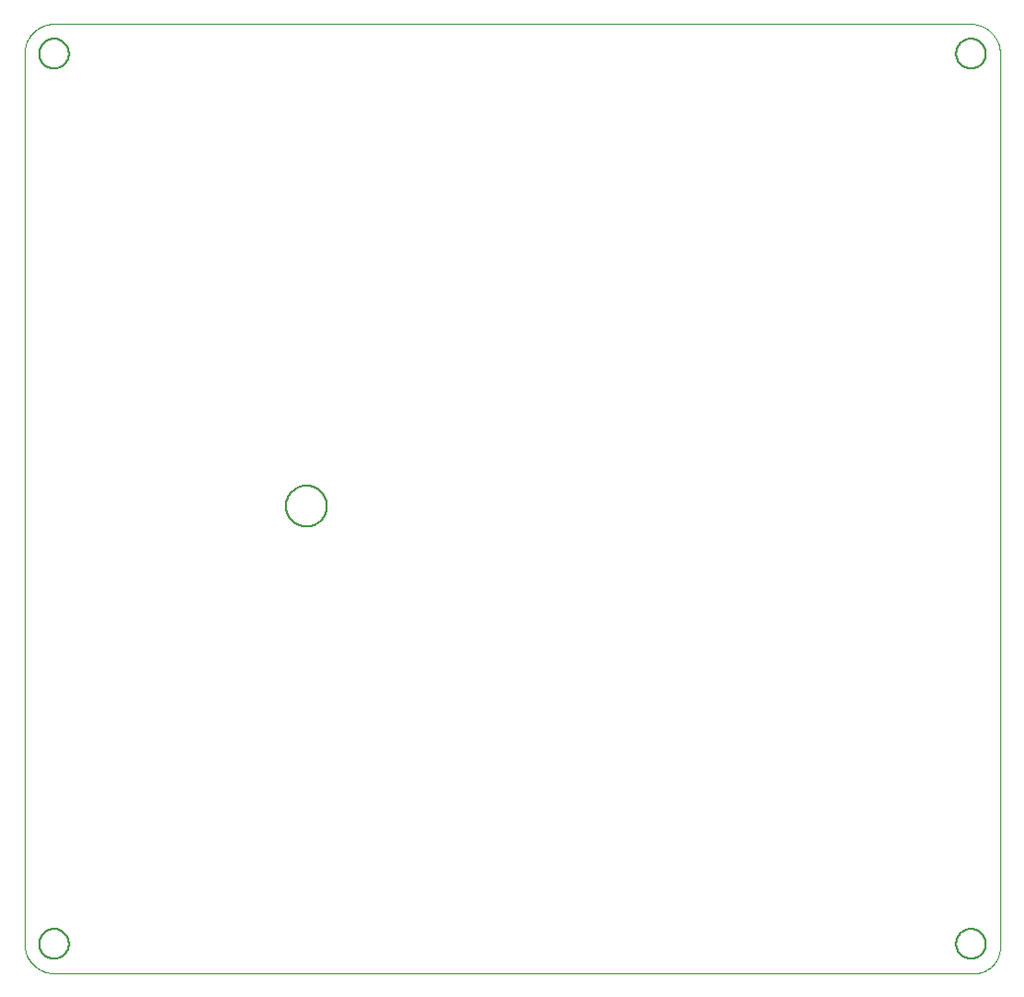
<source format=gbp>
G75*
%MOIN*%
%OFA0B0*%
%FSLAX25Y25*%
%IPPOS*%
%LPD*%
%AMOC8*
5,1,8,0,0,1.08239X$1,22.5*
%
%ADD10C,0.00000*%
%ADD11C,0.00600*%
D10*
X0013520Y0011600D02*
X0013520Y0311561D01*
X0013523Y0311803D01*
X0013532Y0312044D01*
X0013546Y0312285D01*
X0013567Y0312526D01*
X0013593Y0312766D01*
X0013625Y0313006D01*
X0013663Y0313245D01*
X0013706Y0313482D01*
X0013756Y0313719D01*
X0013811Y0313954D01*
X0013871Y0314188D01*
X0013938Y0314420D01*
X0014009Y0314651D01*
X0014087Y0314880D01*
X0014170Y0315107D01*
X0014258Y0315332D01*
X0014352Y0315555D01*
X0014451Y0315775D01*
X0014556Y0315993D01*
X0014665Y0316208D01*
X0014780Y0316421D01*
X0014900Y0316631D01*
X0015025Y0316837D01*
X0015155Y0317041D01*
X0015290Y0317242D01*
X0015430Y0317439D01*
X0015574Y0317633D01*
X0015723Y0317823D01*
X0015877Y0318009D01*
X0016035Y0318192D01*
X0016197Y0318371D01*
X0016364Y0318546D01*
X0016535Y0318717D01*
X0016710Y0318884D01*
X0016889Y0319046D01*
X0017072Y0319204D01*
X0017258Y0319358D01*
X0017448Y0319507D01*
X0017642Y0319651D01*
X0017839Y0319791D01*
X0018040Y0319926D01*
X0018244Y0320056D01*
X0018450Y0320181D01*
X0018660Y0320301D01*
X0018873Y0320416D01*
X0019088Y0320525D01*
X0019306Y0320630D01*
X0019526Y0320729D01*
X0019749Y0320823D01*
X0019974Y0320911D01*
X0020201Y0320994D01*
X0020430Y0321072D01*
X0020661Y0321143D01*
X0020893Y0321210D01*
X0021127Y0321270D01*
X0021362Y0321325D01*
X0021599Y0321375D01*
X0021836Y0321418D01*
X0022075Y0321456D01*
X0022315Y0321488D01*
X0022555Y0321514D01*
X0022796Y0321535D01*
X0023037Y0321549D01*
X0023278Y0321558D01*
X0023520Y0321561D01*
X0332260Y0321561D01*
X0332501Y0321558D01*
X0332741Y0321549D01*
X0332982Y0321535D01*
X0333221Y0321514D01*
X0333461Y0321488D01*
X0333699Y0321456D01*
X0333937Y0321419D01*
X0334174Y0321375D01*
X0334409Y0321326D01*
X0334644Y0321272D01*
X0334877Y0321211D01*
X0335108Y0321145D01*
X0335338Y0321073D01*
X0335566Y0320996D01*
X0335792Y0320914D01*
X0336016Y0320826D01*
X0336238Y0320732D01*
X0336458Y0320633D01*
X0336675Y0320529D01*
X0336889Y0320420D01*
X0337101Y0320306D01*
X0337310Y0320186D01*
X0337516Y0320062D01*
X0337719Y0319932D01*
X0337918Y0319798D01*
X0338115Y0319659D01*
X0338308Y0319515D01*
X0338497Y0319366D01*
X0338683Y0319213D01*
X0338865Y0319056D01*
X0339044Y0318894D01*
X0339218Y0318728D01*
X0339388Y0318558D01*
X0339554Y0318384D01*
X0339716Y0318205D01*
X0339873Y0318023D01*
X0340026Y0317837D01*
X0340175Y0317648D01*
X0340319Y0317455D01*
X0340458Y0317258D01*
X0340592Y0317059D01*
X0340722Y0316856D01*
X0340846Y0316650D01*
X0340966Y0316441D01*
X0341080Y0316229D01*
X0341189Y0316015D01*
X0341293Y0315798D01*
X0341392Y0315578D01*
X0341486Y0315356D01*
X0341574Y0315132D01*
X0341656Y0314906D01*
X0341733Y0314678D01*
X0341805Y0314448D01*
X0341871Y0314217D01*
X0341932Y0313984D01*
X0341986Y0313749D01*
X0342035Y0313514D01*
X0342079Y0313277D01*
X0342116Y0313039D01*
X0342148Y0312801D01*
X0342174Y0312561D01*
X0342195Y0312322D01*
X0342209Y0312081D01*
X0342218Y0311841D01*
X0342221Y0311600D01*
X0342220Y0311600D02*
X0342220Y0010301D01*
X0342221Y0010301D02*
X0342218Y0010091D01*
X0342211Y0009881D01*
X0342198Y0009671D01*
X0342180Y0009461D01*
X0342158Y0009252D01*
X0342130Y0009044D01*
X0342097Y0008836D01*
X0342059Y0008629D01*
X0342016Y0008423D01*
X0341968Y0008219D01*
X0341915Y0008015D01*
X0341858Y0007813D01*
X0341795Y0007612D01*
X0341728Y0007413D01*
X0341656Y0007216D01*
X0341579Y0007020D01*
X0341497Y0006826D01*
X0341411Y0006634D01*
X0341320Y0006445D01*
X0341224Y0006257D01*
X0341124Y0006072D01*
X0341020Y0005890D01*
X0340911Y0005710D01*
X0340798Y0005533D01*
X0340681Y0005358D01*
X0340559Y0005187D01*
X0340434Y0005018D01*
X0340304Y0004853D01*
X0340170Y0004690D01*
X0340033Y0004531D01*
X0339891Y0004375D01*
X0339746Y0004223D01*
X0339598Y0004075D01*
X0339446Y0003930D01*
X0339290Y0003788D01*
X0339131Y0003651D01*
X0338968Y0003517D01*
X0338803Y0003387D01*
X0338634Y0003262D01*
X0338463Y0003140D01*
X0338288Y0003023D01*
X0338111Y0002910D01*
X0337931Y0002801D01*
X0337749Y0002697D01*
X0337564Y0002597D01*
X0337376Y0002501D01*
X0337187Y0002410D01*
X0336995Y0002324D01*
X0336801Y0002242D01*
X0336605Y0002165D01*
X0336408Y0002093D01*
X0336209Y0002026D01*
X0336008Y0001963D01*
X0335806Y0001906D01*
X0335602Y0001853D01*
X0335398Y0001805D01*
X0335192Y0001762D01*
X0334985Y0001724D01*
X0334777Y0001691D01*
X0334569Y0001663D01*
X0334360Y0001641D01*
X0334150Y0001623D01*
X0333940Y0001610D01*
X0333730Y0001603D01*
X0333520Y0001600D01*
X0023520Y0001600D01*
X0023278Y0001603D01*
X0023037Y0001612D01*
X0022796Y0001626D01*
X0022555Y0001647D01*
X0022315Y0001673D01*
X0022075Y0001705D01*
X0021836Y0001743D01*
X0021599Y0001786D01*
X0021362Y0001836D01*
X0021127Y0001891D01*
X0020893Y0001951D01*
X0020661Y0002018D01*
X0020430Y0002089D01*
X0020201Y0002167D01*
X0019974Y0002250D01*
X0019749Y0002338D01*
X0019526Y0002432D01*
X0019306Y0002531D01*
X0019088Y0002636D01*
X0018873Y0002745D01*
X0018660Y0002860D01*
X0018450Y0002980D01*
X0018244Y0003105D01*
X0018040Y0003235D01*
X0017839Y0003370D01*
X0017642Y0003510D01*
X0017448Y0003654D01*
X0017258Y0003803D01*
X0017072Y0003957D01*
X0016889Y0004115D01*
X0016710Y0004277D01*
X0016535Y0004444D01*
X0016364Y0004615D01*
X0016197Y0004790D01*
X0016035Y0004969D01*
X0015877Y0005152D01*
X0015723Y0005338D01*
X0015574Y0005528D01*
X0015430Y0005722D01*
X0015290Y0005919D01*
X0015155Y0006120D01*
X0015025Y0006324D01*
X0014900Y0006530D01*
X0014780Y0006740D01*
X0014665Y0006953D01*
X0014556Y0007168D01*
X0014451Y0007386D01*
X0014352Y0007606D01*
X0014258Y0007829D01*
X0014170Y0008054D01*
X0014087Y0008281D01*
X0014009Y0008510D01*
X0013938Y0008741D01*
X0013871Y0008973D01*
X0013811Y0009207D01*
X0013756Y0009442D01*
X0013706Y0009679D01*
X0013663Y0009916D01*
X0013625Y0010155D01*
X0013593Y0010395D01*
X0013567Y0010635D01*
X0013546Y0010876D01*
X0013532Y0011117D01*
X0013523Y0011358D01*
X0013520Y0011600D01*
D11*
X0018520Y0011600D02*
X0018522Y0011741D01*
X0018528Y0011882D01*
X0018538Y0012022D01*
X0018552Y0012162D01*
X0018570Y0012302D01*
X0018591Y0012441D01*
X0018617Y0012580D01*
X0018646Y0012718D01*
X0018680Y0012854D01*
X0018717Y0012990D01*
X0018758Y0013125D01*
X0018803Y0013259D01*
X0018852Y0013391D01*
X0018904Y0013522D01*
X0018960Y0013651D01*
X0019020Y0013778D01*
X0019083Y0013904D01*
X0019149Y0014028D01*
X0019220Y0014151D01*
X0019293Y0014271D01*
X0019370Y0014389D01*
X0019450Y0014505D01*
X0019534Y0014618D01*
X0019620Y0014729D01*
X0019710Y0014838D01*
X0019803Y0014944D01*
X0019898Y0015047D01*
X0019997Y0015148D01*
X0020098Y0015246D01*
X0020202Y0015341D01*
X0020309Y0015433D01*
X0020418Y0015522D01*
X0020530Y0015607D01*
X0020644Y0015690D01*
X0020760Y0015770D01*
X0020879Y0015846D01*
X0021000Y0015918D01*
X0021122Y0015988D01*
X0021247Y0016053D01*
X0021373Y0016116D01*
X0021501Y0016174D01*
X0021631Y0016229D01*
X0021762Y0016281D01*
X0021895Y0016328D01*
X0022029Y0016372D01*
X0022164Y0016413D01*
X0022300Y0016449D01*
X0022437Y0016481D01*
X0022575Y0016510D01*
X0022713Y0016535D01*
X0022853Y0016555D01*
X0022993Y0016572D01*
X0023133Y0016585D01*
X0023274Y0016594D01*
X0023414Y0016599D01*
X0023555Y0016600D01*
X0023696Y0016597D01*
X0023837Y0016590D01*
X0023977Y0016579D01*
X0024117Y0016564D01*
X0024257Y0016545D01*
X0024396Y0016523D01*
X0024534Y0016496D01*
X0024672Y0016466D01*
X0024808Y0016431D01*
X0024944Y0016393D01*
X0025078Y0016351D01*
X0025212Y0016305D01*
X0025344Y0016256D01*
X0025474Y0016202D01*
X0025603Y0016145D01*
X0025730Y0016085D01*
X0025856Y0016021D01*
X0025979Y0015953D01*
X0026101Y0015882D01*
X0026221Y0015808D01*
X0026338Y0015730D01*
X0026453Y0015649D01*
X0026566Y0015565D01*
X0026677Y0015478D01*
X0026785Y0015387D01*
X0026890Y0015294D01*
X0026993Y0015197D01*
X0027093Y0015098D01*
X0027190Y0014996D01*
X0027284Y0014891D01*
X0027375Y0014784D01*
X0027463Y0014674D01*
X0027548Y0014562D01*
X0027630Y0014447D01*
X0027709Y0014330D01*
X0027784Y0014211D01*
X0027856Y0014090D01*
X0027924Y0013967D01*
X0027989Y0013842D01*
X0028051Y0013715D01*
X0028108Y0013586D01*
X0028163Y0013456D01*
X0028213Y0013325D01*
X0028260Y0013192D01*
X0028303Y0013058D01*
X0028342Y0012922D01*
X0028377Y0012786D01*
X0028409Y0012649D01*
X0028436Y0012511D01*
X0028460Y0012372D01*
X0028480Y0012232D01*
X0028496Y0012092D01*
X0028508Y0011952D01*
X0028516Y0011811D01*
X0028520Y0011670D01*
X0028520Y0011530D01*
X0028516Y0011389D01*
X0028508Y0011248D01*
X0028496Y0011108D01*
X0028480Y0010968D01*
X0028460Y0010828D01*
X0028436Y0010689D01*
X0028409Y0010551D01*
X0028377Y0010414D01*
X0028342Y0010278D01*
X0028303Y0010142D01*
X0028260Y0010008D01*
X0028213Y0009875D01*
X0028163Y0009744D01*
X0028108Y0009614D01*
X0028051Y0009485D01*
X0027989Y0009358D01*
X0027924Y0009233D01*
X0027856Y0009110D01*
X0027784Y0008989D01*
X0027709Y0008870D01*
X0027630Y0008753D01*
X0027548Y0008638D01*
X0027463Y0008526D01*
X0027375Y0008416D01*
X0027284Y0008309D01*
X0027190Y0008204D01*
X0027093Y0008102D01*
X0026993Y0008003D01*
X0026890Y0007906D01*
X0026785Y0007813D01*
X0026677Y0007722D01*
X0026566Y0007635D01*
X0026453Y0007551D01*
X0026338Y0007470D01*
X0026221Y0007392D01*
X0026101Y0007318D01*
X0025979Y0007247D01*
X0025856Y0007179D01*
X0025730Y0007115D01*
X0025603Y0007055D01*
X0025474Y0006998D01*
X0025344Y0006944D01*
X0025212Y0006895D01*
X0025078Y0006849D01*
X0024944Y0006807D01*
X0024808Y0006769D01*
X0024672Y0006734D01*
X0024534Y0006704D01*
X0024396Y0006677D01*
X0024257Y0006655D01*
X0024117Y0006636D01*
X0023977Y0006621D01*
X0023837Y0006610D01*
X0023696Y0006603D01*
X0023555Y0006600D01*
X0023414Y0006601D01*
X0023274Y0006606D01*
X0023133Y0006615D01*
X0022993Y0006628D01*
X0022853Y0006645D01*
X0022713Y0006665D01*
X0022575Y0006690D01*
X0022437Y0006719D01*
X0022300Y0006751D01*
X0022164Y0006787D01*
X0022029Y0006828D01*
X0021895Y0006872D01*
X0021762Y0006919D01*
X0021631Y0006971D01*
X0021501Y0007026D01*
X0021373Y0007084D01*
X0021247Y0007147D01*
X0021122Y0007212D01*
X0021000Y0007282D01*
X0020879Y0007354D01*
X0020760Y0007430D01*
X0020644Y0007510D01*
X0020530Y0007593D01*
X0020418Y0007678D01*
X0020309Y0007767D01*
X0020202Y0007859D01*
X0020098Y0007954D01*
X0019997Y0008052D01*
X0019898Y0008153D01*
X0019803Y0008256D01*
X0019710Y0008362D01*
X0019620Y0008471D01*
X0019534Y0008582D01*
X0019450Y0008695D01*
X0019370Y0008811D01*
X0019293Y0008929D01*
X0019220Y0009049D01*
X0019149Y0009172D01*
X0019083Y0009296D01*
X0019020Y0009422D01*
X0018960Y0009549D01*
X0018904Y0009678D01*
X0018852Y0009809D01*
X0018803Y0009941D01*
X0018758Y0010075D01*
X0018717Y0010210D01*
X0018680Y0010346D01*
X0018646Y0010482D01*
X0018617Y0010620D01*
X0018591Y0010759D01*
X0018570Y0010898D01*
X0018552Y0011038D01*
X0018538Y0011178D01*
X0018528Y0011318D01*
X0018522Y0011459D01*
X0018520Y0011600D01*
X0101630Y0159100D02*
X0101632Y0159269D01*
X0101638Y0159438D01*
X0101649Y0159607D01*
X0101663Y0159775D01*
X0101682Y0159943D01*
X0101705Y0160111D01*
X0101731Y0160278D01*
X0101762Y0160444D01*
X0101797Y0160610D01*
X0101836Y0160774D01*
X0101880Y0160938D01*
X0101927Y0161100D01*
X0101978Y0161261D01*
X0102033Y0161421D01*
X0102092Y0161580D01*
X0102154Y0161737D01*
X0102221Y0161892D01*
X0102292Y0162046D01*
X0102366Y0162198D01*
X0102444Y0162348D01*
X0102525Y0162496D01*
X0102610Y0162642D01*
X0102699Y0162786D01*
X0102791Y0162928D01*
X0102887Y0163067D01*
X0102986Y0163204D01*
X0103088Y0163339D01*
X0103194Y0163471D01*
X0103303Y0163600D01*
X0103415Y0163727D01*
X0103530Y0163851D01*
X0103648Y0163972D01*
X0103769Y0164090D01*
X0103893Y0164205D01*
X0104020Y0164317D01*
X0104149Y0164426D01*
X0104281Y0164532D01*
X0104416Y0164634D01*
X0104553Y0164733D01*
X0104692Y0164829D01*
X0104834Y0164921D01*
X0104978Y0165010D01*
X0105124Y0165095D01*
X0105272Y0165176D01*
X0105422Y0165254D01*
X0105574Y0165328D01*
X0105728Y0165399D01*
X0105883Y0165466D01*
X0106040Y0165528D01*
X0106199Y0165587D01*
X0106359Y0165642D01*
X0106520Y0165693D01*
X0106682Y0165740D01*
X0106846Y0165784D01*
X0107010Y0165823D01*
X0107176Y0165858D01*
X0107342Y0165889D01*
X0107509Y0165915D01*
X0107677Y0165938D01*
X0107845Y0165957D01*
X0108013Y0165971D01*
X0108182Y0165982D01*
X0108351Y0165988D01*
X0108520Y0165990D01*
X0108689Y0165988D01*
X0108858Y0165982D01*
X0109027Y0165971D01*
X0109195Y0165957D01*
X0109363Y0165938D01*
X0109531Y0165915D01*
X0109698Y0165889D01*
X0109864Y0165858D01*
X0110030Y0165823D01*
X0110194Y0165784D01*
X0110358Y0165740D01*
X0110520Y0165693D01*
X0110681Y0165642D01*
X0110841Y0165587D01*
X0111000Y0165528D01*
X0111157Y0165466D01*
X0111312Y0165399D01*
X0111466Y0165328D01*
X0111618Y0165254D01*
X0111768Y0165176D01*
X0111916Y0165095D01*
X0112062Y0165010D01*
X0112206Y0164921D01*
X0112348Y0164829D01*
X0112487Y0164733D01*
X0112624Y0164634D01*
X0112759Y0164532D01*
X0112891Y0164426D01*
X0113020Y0164317D01*
X0113147Y0164205D01*
X0113271Y0164090D01*
X0113392Y0163972D01*
X0113510Y0163851D01*
X0113625Y0163727D01*
X0113737Y0163600D01*
X0113846Y0163471D01*
X0113952Y0163339D01*
X0114054Y0163204D01*
X0114153Y0163067D01*
X0114249Y0162928D01*
X0114341Y0162786D01*
X0114430Y0162642D01*
X0114515Y0162496D01*
X0114596Y0162348D01*
X0114674Y0162198D01*
X0114748Y0162046D01*
X0114819Y0161892D01*
X0114886Y0161737D01*
X0114948Y0161580D01*
X0115007Y0161421D01*
X0115062Y0161261D01*
X0115113Y0161100D01*
X0115160Y0160938D01*
X0115204Y0160774D01*
X0115243Y0160610D01*
X0115278Y0160444D01*
X0115309Y0160278D01*
X0115335Y0160111D01*
X0115358Y0159943D01*
X0115377Y0159775D01*
X0115391Y0159607D01*
X0115402Y0159438D01*
X0115408Y0159269D01*
X0115410Y0159100D01*
X0115408Y0158931D01*
X0115402Y0158762D01*
X0115391Y0158593D01*
X0115377Y0158425D01*
X0115358Y0158257D01*
X0115335Y0158089D01*
X0115309Y0157922D01*
X0115278Y0157756D01*
X0115243Y0157590D01*
X0115204Y0157426D01*
X0115160Y0157262D01*
X0115113Y0157100D01*
X0115062Y0156939D01*
X0115007Y0156779D01*
X0114948Y0156620D01*
X0114886Y0156463D01*
X0114819Y0156308D01*
X0114748Y0156154D01*
X0114674Y0156002D01*
X0114596Y0155852D01*
X0114515Y0155704D01*
X0114430Y0155558D01*
X0114341Y0155414D01*
X0114249Y0155272D01*
X0114153Y0155133D01*
X0114054Y0154996D01*
X0113952Y0154861D01*
X0113846Y0154729D01*
X0113737Y0154600D01*
X0113625Y0154473D01*
X0113510Y0154349D01*
X0113392Y0154228D01*
X0113271Y0154110D01*
X0113147Y0153995D01*
X0113020Y0153883D01*
X0112891Y0153774D01*
X0112759Y0153668D01*
X0112624Y0153566D01*
X0112487Y0153467D01*
X0112348Y0153371D01*
X0112206Y0153279D01*
X0112062Y0153190D01*
X0111916Y0153105D01*
X0111768Y0153024D01*
X0111618Y0152946D01*
X0111466Y0152872D01*
X0111312Y0152801D01*
X0111157Y0152734D01*
X0111000Y0152672D01*
X0110841Y0152613D01*
X0110681Y0152558D01*
X0110520Y0152507D01*
X0110358Y0152460D01*
X0110194Y0152416D01*
X0110030Y0152377D01*
X0109864Y0152342D01*
X0109698Y0152311D01*
X0109531Y0152285D01*
X0109363Y0152262D01*
X0109195Y0152243D01*
X0109027Y0152229D01*
X0108858Y0152218D01*
X0108689Y0152212D01*
X0108520Y0152210D01*
X0108351Y0152212D01*
X0108182Y0152218D01*
X0108013Y0152229D01*
X0107845Y0152243D01*
X0107677Y0152262D01*
X0107509Y0152285D01*
X0107342Y0152311D01*
X0107176Y0152342D01*
X0107010Y0152377D01*
X0106846Y0152416D01*
X0106682Y0152460D01*
X0106520Y0152507D01*
X0106359Y0152558D01*
X0106199Y0152613D01*
X0106040Y0152672D01*
X0105883Y0152734D01*
X0105728Y0152801D01*
X0105574Y0152872D01*
X0105422Y0152946D01*
X0105272Y0153024D01*
X0105124Y0153105D01*
X0104978Y0153190D01*
X0104834Y0153279D01*
X0104692Y0153371D01*
X0104553Y0153467D01*
X0104416Y0153566D01*
X0104281Y0153668D01*
X0104149Y0153774D01*
X0104020Y0153883D01*
X0103893Y0153995D01*
X0103769Y0154110D01*
X0103648Y0154228D01*
X0103530Y0154349D01*
X0103415Y0154473D01*
X0103303Y0154600D01*
X0103194Y0154729D01*
X0103088Y0154861D01*
X0102986Y0154996D01*
X0102887Y0155133D01*
X0102791Y0155272D01*
X0102699Y0155414D01*
X0102610Y0155558D01*
X0102525Y0155704D01*
X0102444Y0155852D01*
X0102366Y0156002D01*
X0102292Y0156154D01*
X0102221Y0156308D01*
X0102154Y0156463D01*
X0102092Y0156620D01*
X0102033Y0156779D01*
X0101978Y0156939D01*
X0101927Y0157100D01*
X0101880Y0157262D01*
X0101836Y0157426D01*
X0101797Y0157590D01*
X0101762Y0157756D01*
X0101731Y0157922D01*
X0101705Y0158089D01*
X0101682Y0158257D01*
X0101663Y0158425D01*
X0101649Y0158593D01*
X0101638Y0158762D01*
X0101632Y0158931D01*
X0101630Y0159100D01*
X0018520Y0311600D02*
X0018522Y0311741D01*
X0018528Y0311882D01*
X0018538Y0312022D01*
X0018552Y0312162D01*
X0018570Y0312302D01*
X0018591Y0312441D01*
X0018617Y0312580D01*
X0018646Y0312718D01*
X0018680Y0312854D01*
X0018717Y0312990D01*
X0018758Y0313125D01*
X0018803Y0313259D01*
X0018852Y0313391D01*
X0018904Y0313522D01*
X0018960Y0313651D01*
X0019020Y0313778D01*
X0019083Y0313904D01*
X0019149Y0314028D01*
X0019220Y0314151D01*
X0019293Y0314271D01*
X0019370Y0314389D01*
X0019450Y0314505D01*
X0019534Y0314618D01*
X0019620Y0314729D01*
X0019710Y0314838D01*
X0019803Y0314944D01*
X0019898Y0315047D01*
X0019997Y0315148D01*
X0020098Y0315246D01*
X0020202Y0315341D01*
X0020309Y0315433D01*
X0020418Y0315522D01*
X0020530Y0315607D01*
X0020644Y0315690D01*
X0020760Y0315770D01*
X0020879Y0315846D01*
X0021000Y0315918D01*
X0021122Y0315988D01*
X0021247Y0316053D01*
X0021373Y0316116D01*
X0021501Y0316174D01*
X0021631Y0316229D01*
X0021762Y0316281D01*
X0021895Y0316328D01*
X0022029Y0316372D01*
X0022164Y0316413D01*
X0022300Y0316449D01*
X0022437Y0316481D01*
X0022575Y0316510D01*
X0022713Y0316535D01*
X0022853Y0316555D01*
X0022993Y0316572D01*
X0023133Y0316585D01*
X0023274Y0316594D01*
X0023414Y0316599D01*
X0023555Y0316600D01*
X0023696Y0316597D01*
X0023837Y0316590D01*
X0023977Y0316579D01*
X0024117Y0316564D01*
X0024257Y0316545D01*
X0024396Y0316523D01*
X0024534Y0316496D01*
X0024672Y0316466D01*
X0024808Y0316431D01*
X0024944Y0316393D01*
X0025078Y0316351D01*
X0025212Y0316305D01*
X0025344Y0316256D01*
X0025474Y0316202D01*
X0025603Y0316145D01*
X0025730Y0316085D01*
X0025856Y0316021D01*
X0025979Y0315953D01*
X0026101Y0315882D01*
X0026221Y0315808D01*
X0026338Y0315730D01*
X0026453Y0315649D01*
X0026566Y0315565D01*
X0026677Y0315478D01*
X0026785Y0315387D01*
X0026890Y0315294D01*
X0026993Y0315197D01*
X0027093Y0315098D01*
X0027190Y0314996D01*
X0027284Y0314891D01*
X0027375Y0314784D01*
X0027463Y0314674D01*
X0027548Y0314562D01*
X0027630Y0314447D01*
X0027709Y0314330D01*
X0027784Y0314211D01*
X0027856Y0314090D01*
X0027924Y0313967D01*
X0027989Y0313842D01*
X0028051Y0313715D01*
X0028108Y0313586D01*
X0028163Y0313456D01*
X0028213Y0313325D01*
X0028260Y0313192D01*
X0028303Y0313058D01*
X0028342Y0312922D01*
X0028377Y0312786D01*
X0028409Y0312649D01*
X0028436Y0312511D01*
X0028460Y0312372D01*
X0028480Y0312232D01*
X0028496Y0312092D01*
X0028508Y0311952D01*
X0028516Y0311811D01*
X0028520Y0311670D01*
X0028520Y0311530D01*
X0028516Y0311389D01*
X0028508Y0311248D01*
X0028496Y0311108D01*
X0028480Y0310968D01*
X0028460Y0310828D01*
X0028436Y0310689D01*
X0028409Y0310551D01*
X0028377Y0310414D01*
X0028342Y0310278D01*
X0028303Y0310142D01*
X0028260Y0310008D01*
X0028213Y0309875D01*
X0028163Y0309744D01*
X0028108Y0309614D01*
X0028051Y0309485D01*
X0027989Y0309358D01*
X0027924Y0309233D01*
X0027856Y0309110D01*
X0027784Y0308989D01*
X0027709Y0308870D01*
X0027630Y0308753D01*
X0027548Y0308638D01*
X0027463Y0308526D01*
X0027375Y0308416D01*
X0027284Y0308309D01*
X0027190Y0308204D01*
X0027093Y0308102D01*
X0026993Y0308003D01*
X0026890Y0307906D01*
X0026785Y0307813D01*
X0026677Y0307722D01*
X0026566Y0307635D01*
X0026453Y0307551D01*
X0026338Y0307470D01*
X0026221Y0307392D01*
X0026101Y0307318D01*
X0025979Y0307247D01*
X0025856Y0307179D01*
X0025730Y0307115D01*
X0025603Y0307055D01*
X0025474Y0306998D01*
X0025344Y0306944D01*
X0025212Y0306895D01*
X0025078Y0306849D01*
X0024944Y0306807D01*
X0024808Y0306769D01*
X0024672Y0306734D01*
X0024534Y0306704D01*
X0024396Y0306677D01*
X0024257Y0306655D01*
X0024117Y0306636D01*
X0023977Y0306621D01*
X0023837Y0306610D01*
X0023696Y0306603D01*
X0023555Y0306600D01*
X0023414Y0306601D01*
X0023274Y0306606D01*
X0023133Y0306615D01*
X0022993Y0306628D01*
X0022853Y0306645D01*
X0022713Y0306665D01*
X0022575Y0306690D01*
X0022437Y0306719D01*
X0022300Y0306751D01*
X0022164Y0306787D01*
X0022029Y0306828D01*
X0021895Y0306872D01*
X0021762Y0306919D01*
X0021631Y0306971D01*
X0021501Y0307026D01*
X0021373Y0307084D01*
X0021247Y0307147D01*
X0021122Y0307212D01*
X0021000Y0307282D01*
X0020879Y0307354D01*
X0020760Y0307430D01*
X0020644Y0307510D01*
X0020530Y0307593D01*
X0020418Y0307678D01*
X0020309Y0307767D01*
X0020202Y0307859D01*
X0020098Y0307954D01*
X0019997Y0308052D01*
X0019898Y0308153D01*
X0019803Y0308256D01*
X0019710Y0308362D01*
X0019620Y0308471D01*
X0019534Y0308582D01*
X0019450Y0308695D01*
X0019370Y0308811D01*
X0019293Y0308929D01*
X0019220Y0309049D01*
X0019149Y0309172D01*
X0019083Y0309296D01*
X0019020Y0309422D01*
X0018960Y0309549D01*
X0018904Y0309678D01*
X0018852Y0309809D01*
X0018803Y0309941D01*
X0018758Y0310075D01*
X0018717Y0310210D01*
X0018680Y0310346D01*
X0018646Y0310482D01*
X0018617Y0310620D01*
X0018591Y0310759D01*
X0018570Y0310898D01*
X0018552Y0311038D01*
X0018538Y0311178D01*
X0018528Y0311318D01*
X0018522Y0311459D01*
X0018520Y0311600D01*
X0327417Y0311600D02*
X0327419Y0311741D01*
X0327425Y0311882D01*
X0327435Y0312022D01*
X0327449Y0312162D01*
X0327467Y0312302D01*
X0327488Y0312441D01*
X0327514Y0312580D01*
X0327543Y0312718D01*
X0327577Y0312854D01*
X0327614Y0312990D01*
X0327655Y0313125D01*
X0327700Y0313259D01*
X0327749Y0313391D01*
X0327801Y0313522D01*
X0327857Y0313651D01*
X0327917Y0313778D01*
X0327980Y0313904D01*
X0328046Y0314028D01*
X0328117Y0314151D01*
X0328190Y0314271D01*
X0328267Y0314389D01*
X0328347Y0314505D01*
X0328431Y0314618D01*
X0328517Y0314729D01*
X0328607Y0314838D01*
X0328700Y0314944D01*
X0328795Y0315047D01*
X0328894Y0315148D01*
X0328995Y0315246D01*
X0329099Y0315341D01*
X0329206Y0315433D01*
X0329315Y0315522D01*
X0329427Y0315607D01*
X0329541Y0315690D01*
X0329657Y0315770D01*
X0329776Y0315846D01*
X0329897Y0315918D01*
X0330019Y0315988D01*
X0330144Y0316053D01*
X0330270Y0316116D01*
X0330398Y0316174D01*
X0330528Y0316229D01*
X0330659Y0316281D01*
X0330792Y0316328D01*
X0330926Y0316372D01*
X0331061Y0316413D01*
X0331197Y0316449D01*
X0331334Y0316481D01*
X0331472Y0316510D01*
X0331610Y0316535D01*
X0331750Y0316555D01*
X0331890Y0316572D01*
X0332030Y0316585D01*
X0332171Y0316594D01*
X0332311Y0316599D01*
X0332452Y0316600D01*
X0332593Y0316597D01*
X0332734Y0316590D01*
X0332874Y0316579D01*
X0333014Y0316564D01*
X0333154Y0316545D01*
X0333293Y0316523D01*
X0333431Y0316496D01*
X0333569Y0316466D01*
X0333705Y0316431D01*
X0333841Y0316393D01*
X0333975Y0316351D01*
X0334109Y0316305D01*
X0334241Y0316256D01*
X0334371Y0316202D01*
X0334500Y0316145D01*
X0334627Y0316085D01*
X0334753Y0316021D01*
X0334876Y0315953D01*
X0334998Y0315882D01*
X0335118Y0315808D01*
X0335235Y0315730D01*
X0335350Y0315649D01*
X0335463Y0315565D01*
X0335574Y0315478D01*
X0335682Y0315387D01*
X0335787Y0315294D01*
X0335890Y0315197D01*
X0335990Y0315098D01*
X0336087Y0314996D01*
X0336181Y0314891D01*
X0336272Y0314784D01*
X0336360Y0314674D01*
X0336445Y0314562D01*
X0336527Y0314447D01*
X0336606Y0314330D01*
X0336681Y0314211D01*
X0336753Y0314090D01*
X0336821Y0313967D01*
X0336886Y0313842D01*
X0336948Y0313715D01*
X0337005Y0313586D01*
X0337060Y0313456D01*
X0337110Y0313325D01*
X0337157Y0313192D01*
X0337200Y0313058D01*
X0337239Y0312922D01*
X0337274Y0312786D01*
X0337306Y0312649D01*
X0337333Y0312511D01*
X0337357Y0312372D01*
X0337377Y0312232D01*
X0337393Y0312092D01*
X0337405Y0311952D01*
X0337413Y0311811D01*
X0337417Y0311670D01*
X0337417Y0311530D01*
X0337413Y0311389D01*
X0337405Y0311248D01*
X0337393Y0311108D01*
X0337377Y0310968D01*
X0337357Y0310828D01*
X0337333Y0310689D01*
X0337306Y0310551D01*
X0337274Y0310414D01*
X0337239Y0310278D01*
X0337200Y0310142D01*
X0337157Y0310008D01*
X0337110Y0309875D01*
X0337060Y0309744D01*
X0337005Y0309614D01*
X0336948Y0309485D01*
X0336886Y0309358D01*
X0336821Y0309233D01*
X0336753Y0309110D01*
X0336681Y0308989D01*
X0336606Y0308870D01*
X0336527Y0308753D01*
X0336445Y0308638D01*
X0336360Y0308526D01*
X0336272Y0308416D01*
X0336181Y0308309D01*
X0336087Y0308204D01*
X0335990Y0308102D01*
X0335890Y0308003D01*
X0335787Y0307906D01*
X0335682Y0307813D01*
X0335574Y0307722D01*
X0335463Y0307635D01*
X0335350Y0307551D01*
X0335235Y0307470D01*
X0335118Y0307392D01*
X0334998Y0307318D01*
X0334876Y0307247D01*
X0334753Y0307179D01*
X0334627Y0307115D01*
X0334500Y0307055D01*
X0334371Y0306998D01*
X0334241Y0306944D01*
X0334109Y0306895D01*
X0333975Y0306849D01*
X0333841Y0306807D01*
X0333705Y0306769D01*
X0333569Y0306734D01*
X0333431Y0306704D01*
X0333293Y0306677D01*
X0333154Y0306655D01*
X0333014Y0306636D01*
X0332874Y0306621D01*
X0332734Y0306610D01*
X0332593Y0306603D01*
X0332452Y0306600D01*
X0332311Y0306601D01*
X0332171Y0306606D01*
X0332030Y0306615D01*
X0331890Y0306628D01*
X0331750Y0306645D01*
X0331610Y0306665D01*
X0331472Y0306690D01*
X0331334Y0306719D01*
X0331197Y0306751D01*
X0331061Y0306787D01*
X0330926Y0306828D01*
X0330792Y0306872D01*
X0330659Y0306919D01*
X0330528Y0306971D01*
X0330398Y0307026D01*
X0330270Y0307084D01*
X0330144Y0307147D01*
X0330019Y0307212D01*
X0329897Y0307282D01*
X0329776Y0307354D01*
X0329657Y0307430D01*
X0329541Y0307510D01*
X0329427Y0307593D01*
X0329315Y0307678D01*
X0329206Y0307767D01*
X0329099Y0307859D01*
X0328995Y0307954D01*
X0328894Y0308052D01*
X0328795Y0308153D01*
X0328700Y0308256D01*
X0328607Y0308362D01*
X0328517Y0308471D01*
X0328431Y0308582D01*
X0328347Y0308695D01*
X0328267Y0308811D01*
X0328190Y0308929D01*
X0328117Y0309049D01*
X0328046Y0309172D01*
X0327980Y0309296D01*
X0327917Y0309422D01*
X0327857Y0309549D01*
X0327801Y0309678D01*
X0327749Y0309809D01*
X0327700Y0309941D01*
X0327655Y0310075D01*
X0327614Y0310210D01*
X0327577Y0310346D01*
X0327543Y0310482D01*
X0327514Y0310620D01*
X0327488Y0310759D01*
X0327467Y0310898D01*
X0327449Y0311038D01*
X0327435Y0311178D01*
X0327425Y0311318D01*
X0327419Y0311459D01*
X0327417Y0311600D01*
X0327417Y0011600D02*
X0327419Y0011741D01*
X0327425Y0011882D01*
X0327435Y0012022D01*
X0327449Y0012162D01*
X0327467Y0012302D01*
X0327488Y0012441D01*
X0327514Y0012580D01*
X0327543Y0012718D01*
X0327577Y0012854D01*
X0327614Y0012990D01*
X0327655Y0013125D01*
X0327700Y0013259D01*
X0327749Y0013391D01*
X0327801Y0013522D01*
X0327857Y0013651D01*
X0327917Y0013778D01*
X0327980Y0013904D01*
X0328046Y0014028D01*
X0328117Y0014151D01*
X0328190Y0014271D01*
X0328267Y0014389D01*
X0328347Y0014505D01*
X0328431Y0014618D01*
X0328517Y0014729D01*
X0328607Y0014838D01*
X0328700Y0014944D01*
X0328795Y0015047D01*
X0328894Y0015148D01*
X0328995Y0015246D01*
X0329099Y0015341D01*
X0329206Y0015433D01*
X0329315Y0015522D01*
X0329427Y0015607D01*
X0329541Y0015690D01*
X0329657Y0015770D01*
X0329776Y0015846D01*
X0329897Y0015918D01*
X0330019Y0015988D01*
X0330144Y0016053D01*
X0330270Y0016116D01*
X0330398Y0016174D01*
X0330528Y0016229D01*
X0330659Y0016281D01*
X0330792Y0016328D01*
X0330926Y0016372D01*
X0331061Y0016413D01*
X0331197Y0016449D01*
X0331334Y0016481D01*
X0331472Y0016510D01*
X0331610Y0016535D01*
X0331750Y0016555D01*
X0331890Y0016572D01*
X0332030Y0016585D01*
X0332171Y0016594D01*
X0332311Y0016599D01*
X0332452Y0016600D01*
X0332593Y0016597D01*
X0332734Y0016590D01*
X0332874Y0016579D01*
X0333014Y0016564D01*
X0333154Y0016545D01*
X0333293Y0016523D01*
X0333431Y0016496D01*
X0333569Y0016466D01*
X0333705Y0016431D01*
X0333841Y0016393D01*
X0333975Y0016351D01*
X0334109Y0016305D01*
X0334241Y0016256D01*
X0334371Y0016202D01*
X0334500Y0016145D01*
X0334627Y0016085D01*
X0334753Y0016021D01*
X0334876Y0015953D01*
X0334998Y0015882D01*
X0335118Y0015808D01*
X0335235Y0015730D01*
X0335350Y0015649D01*
X0335463Y0015565D01*
X0335574Y0015478D01*
X0335682Y0015387D01*
X0335787Y0015294D01*
X0335890Y0015197D01*
X0335990Y0015098D01*
X0336087Y0014996D01*
X0336181Y0014891D01*
X0336272Y0014784D01*
X0336360Y0014674D01*
X0336445Y0014562D01*
X0336527Y0014447D01*
X0336606Y0014330D01*
X0336681Y0014211D01*
X0336753Y0014090D01*
X0336821Y0013967D01*
X0336886Y0013842D01*
X0336948Y0013715D01*
X0337005Y0013586D01*
X0337060Y0013456D01*
X0337110Y0013325D01*
X0337157Y0013192D01*
X0337200Y0013058D01*
X0337239Y0012922D01*
X0337274Y0012786D01*
X0337306Y0012649D01*
X0337333Y0012511D01*
X0337357Y0012372D01*
X0337377Y0012232D01*
X0337393Y0012092D01*
X0337405Y0011952D01*
X0337413Y0011811D01*
X0337417Y0011670D01*
X0337417Y0011530D01*
X0337413Y0011389D01*
X0337405Y0011248D01*
X0337393Y0011108D01*
X0337377Y0010968D01*
X0337357Y0010828D01*
X0337333Y0010689D01*
X0337306Y0010551D01*
X0337274Y0010414D01*
X0337239Y0010278D01*
X0337200Y0010142D01*
X0337157Y0010008D01*
X0337110Y0009875D01*
X0337060Y0009744D01*
X0337005Y0009614D01*
X0336948Y0009485D01*
X0336886Y0009358D01*
X0336821Y0009233D01*
X0336753Y0009110D01*
X0336681Y0008989D01*
X0336606Y0008870D01*
X0336527Y0008753D01*
X0336445Y0008638D01*
X0336360Y0008526D01*
X0336272Y0008416D01*
X0336181Y0008309D01*
X0336087Y0008204D01*
X0335990Y0008102D01*
X0335890Y0008003D01*
X0335787Y0007906D01*
X0335682Y0007813D01*
X0335574Y0007722D01*
X0335463Y0007635D01*
X0335350Y0007551D01*
X0335235Y0007470D01*
X0335118Y0007392D01*
X0334998Y0007318D01*
X0334876Y0007247D01*
X0334753Y0007179D01*
X0334627Y0007115D01*
X0334500Y0007055D01*
X0334371Y0006998D01*
X0334241Y0006944D01*
X0334109Y0006895D01*
X0333975Y0006849D01*
X0333841Y0006807D01*
X0333705Y0006769D01*
X0333569Y0006734D01*
X0333431Y0006704D01*
X0333293Y0006677D01*
X0333154Y0006655D01*
X0333014Y0006636D01*
X0332874Y0006621D01*
X0332734Y0006610D01*
X0332593Y0006603D01*
X0332452Y0006600D01*
X0332311Y0006601D01*
X0332171Y0006606D01*
X0332030Y0006615D01*
X0331890Y0006628D01*
X0331750Y0006645D01*
X0331610Y0006665D01*
X0331472Y0006690D01*
X0331334Y0006719D01*
X0331197Y0006751D01*
X0331061Y0006787D01*
X0330926Y0006828D01*
X0330792Y0006872D01*
X0330659Y0006919D01*
X0330528Y0006971D01*
X0330398Y0007026D01*
X0330270Y0007084D01*
X0330144Y0007147D01*
X0330019Y0007212D01*
X0329897Y0007282D01*
X0329776Y0007354D01*
X0329657Y0007430D01*
X0329541Y0007510D01*
X0329427Y0007593D01*
X0329315Y0007678D01*
X0329206Y0007767D01*
X0329099Y0007859D01*
X0328995Y0007954D01*
X0328894Y0008052D01*
X0328795Y0008153D01*
X0328700Y0008256D01*
X0328607Y0008362D01*
X0328517Y0008471D01*
X0328431Y0008582D01*
X0328347Y0008695D01*
X0328267Y0008811D01*
X0328190Y0008929D01*
X0328117Y0009049D01*
X0328046Y0009172D01*
X0327980Y0009296D01*
X0327917Y0009422D01*
X0327857Y0009549D01*
X0327801Y0009678D01*
X0327749Y0009809D01*
X0327700Y0009941D01*
X0327655Y0010075D01*
X0327614Y0010210D01*
X0327577Y0010346D01*
X0327543Y0010482D01*
X0327514Y0010620D01*
X0327488Y0010759D01*
X0327467Y0010898D01*
X0327449Y0011038D01*
X0327435Y0011178D01*
X0327425Y0011318D01*
X0327419Y0011459D01*
X0327417Y0011600D01*
M02*

</source>
